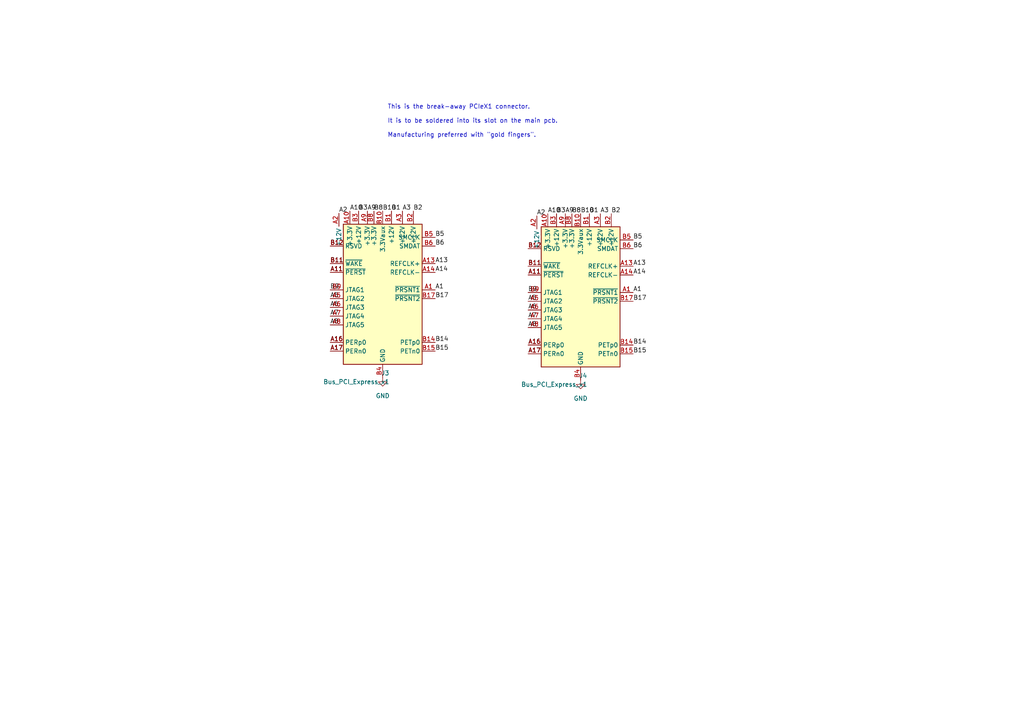
<source format=kicad_sch>
(kicad_sch (version 20230121) (generator eeschema)
  (paper "A4")
  (title_block (title "WS-CM4-PoE-4G PCIeX1 to M.2 (M) NVME adapter") (date "2023-03-20") (rev "0.8.2") (company "Sönke J. Peters"))
  (lib_symbols
    (symbol "Bus_PCI_Express_x1_1"
      (property "Reference" "J3" (at -1.9559 -21.59 0))
      (property "Value" "Bus_PCI_Express_x1" (at -1.9559 -24.13 0))
      (symbol "Bus_PCI_Express_x1_1_0_1"
        (rectangle (start -11.43 21.59) (end 11.43 -19.05) (stroke (width 0.254)) (fill (type background)))
      )
      (symbol "Bus_PCI_Express_x1_1_1_1"
        (pin passive line (at -15.24 2.54 0) (length 3.81) (name "~{PRSNT1}") (number "A1"))
        (pin passive line (at 9.525 25.4 270) (length 3.81) (name "+3.3V") (number "A10"))
        (pin input line (at 15.24 7.62 180) (length 3.81) (name "~{PERST}") (number "A11"))
        (pin passive line (at 0 -22.86 90) (length 3.81) hide (name "GND") (number "A12"))
        (pin input line (at -15.24 10.16 0) (length 3.81) (name "REFCLK+") (number "A13"))
        (pin input line (at -15.24 7.62 0) (length 3.81) (name "REFCLK-") (number "A14"))
        (pin passive line (at 0 -22.86 90) (length 3.81) hide (name "GND") (number "A15"))
        (pin output line (at 15.24 -12.7 180) (length 3.81) (name "PERp0") (number "A16"))
        (pin output line (at 15.24 -15.24 180) (length 3.81) (name "PERn0") (number "A17"))
        (pin passive line (at 0 -22.86 90) (length 3.81) hide (name "GND") (number "A18"))
        (pin passive line (at 12.7 24.765 270) (length 3.81) (name "+12V") (number "A2"))
        (pin passive line (at -5.715 25.4 270) (length 3.81) (name "+12V") (number "A3"))
        (pin passive line (at 0 -22.86 90) (length 3.81) hide (name "GND") (number "A4"))
        (pin input line (at 15.24 0 180) (length 3.81) (name "JTAG2") (number "A5"))
        (pin input line (at 15.24 -2.54 180) (length 3.81) (name "JTAG3") (number "A6"))
        (pin output line (at 15.24 -5.08 180) (length 3.81) (name "JTAG4") (number "A7"))
        (pin input line (at 15.24 -7.62 180) (length 3.81) (name "JTAG5") (number "A8"))
        (pin passive line (at 4.445 25.4 270) (length 3.81) (name "+3.3V") (number "A9"))
        (pin power_in line (at -2.54 25.4 270) (length 3.81) (name "+12V") (number "B1"))
        (pin power_in line (at 0 25.4 270) (length 3.81) (name "3.3Vaux") (number "B10"))
        (pin open_collector line (at 15.24 10.16 180) (length 3.81) (name "~{WAKE}") (number "B11"))
        (pin passive line (at 15.24 15.24 180) (length 3.81) (name "RSVD") (number "B12"))
        (pin passive line (at 0 -22.86 90) (length 3.81) hide (name "GND") (number "B13"))
        (pin input line (at -15.24 -12.7 0) (length 3.81) (name "PETp0") (number "B14"))
        (pin input line (at -15.24 -15.24 0) (length 3.81) (name "PETn0") (number "B15"))
        (pin passive line (at 0 -22.86 90) (length 3.81) hide (name "GND") (number "B16"))
        (pin passive line (at -15.24 0 0) (length 3.81) (name "~{PRSNT2}") (number "B17"))
        (pin passive line (at 0 -22.86 90) (length 3.81) hide (name "GND") (number "B18"))
        (pin passive line (at -8.89 25.4 270) (length 3.81) (name "+12V") (number "B2"))
        (pin passive line (at 6.985 25.4 270) (length 3.81) (name "+12V") (number "B3"))
        (pin power_in line (at 0 -22.86 90) (length 3.81) (name "GND") (number "B4"))
        (pin input line (at -15.24 17.78 0) (length 3.81) (name "SMCLK") (number "B5"))
        (pin bidirectional line (at -15.24 15.24 0) (length 3.81) (name "SMDAT") (number "B6"))
        (pin passive line (at 0 -22.86 90) (length 3.81) hide (name "GND") (number "B7"))
        (pin power_in line (at 2.54 25.4 270) (length 3.81) (name "+3.3V") (number "B8"))
        (pin input line (at 15.24 2.54 180) (length 3.81) (name "JTAG1") (number "B9"))
      )
    )
    (symbol "power:GND" (power) (pin_names (offset 0))
      (property "Value" "GND" (at 0 -3.81 0))
      (symbol "GND_0_1"
        (polyline (pts (xy 0 0) (xy 0 -1.27) (xy 1.27 -1.27) (xy 0 -2.54) (xy -1.27 -1.27) (xy 0 -1.27)))
      )
      (symbol "GND_1_1"
        (pin power_in line (at 0 0 270) (length 0) hide (name "GND") (number "1"))
      )
    )
  )
  (text "This is the break-away PCIeX1 connector.\n\nIt is to be soldered into its slot on the main pcb.\n\nManufacturing preferred with \"gold fingers\"." (at 112.395 40.005 0) (effects (font (size 1.27 1.27)) (justify left bottom)))
  (label "A6" (at 153.162 89.916 0))
  (label "B8" (at 108.458 61.214 0))
  (label "B6" (at 183.642 72.136 0))
  (label "A9" (at 106.553 61.214 0))
  (label "B15" (at 183.642 102.616 0))
  (label "A2" (at 155.702 62.611 0))
  (label "A1" (at 183.642 84.836 0))
  (label "A1" (at 126.238 84.074 0))
  (label "A16" (at 95.758 99.314 0))
  (label "A9" (at 163.957 61.976 0))
  (label "B11" (at 153.162 77.216 0))
  (label "A7" (at 153.162 92.456 0))
  (label "A14" (at 126.238 78.994 0))
  (label "A6" (at 95.758 89.154 0))
  (label "B6" (at 126.238 71.374 0))
  (label "A3" (at 116.713 61.214 0))
  (label "B10" (at 168.402 61.976 0))
  (label "B11" (at 95.758 76.454 0))
  (label "B9" (at 153.162 84.836 0))
  (label "A13" (at 126.238 76.454 0))
  (label "A2" (at 98.298 61.849 0))
  (label "A10" (at 101.473 61.214 0))
  (label "A7" (at 95.758 91.694 0))
  (label "A16" (at 153.162 100.076 0))
  (label "B8" (at 165.862 61.976 0))
  (label "B5" (at 126.238 68.834 0))
  (label "A3" (at 174.117 61.976 0))
  (label "B10" (at 110.998 61.214 0))
  (label "A17" (at 95.758 101.854 0))
  (label "B5" (at 183.642 69.596 0))
  (label "B12" (at 95.758 71.374 0))
  (label "A8" (at 95.758 94.234 0))
  (label "A10" (at 158.877 61.976 0))
  (label "A8" (at 153.162 94.996 0))
  (label "A5" (at 95.758 86.614 0))
  (label "B1" (at 170.942 61.976 0))
  (label "A5" (at 153.162 87.376 0))
  (label "B14" (at 183.642 100.076 0))
  (label "B2" (at 177.292 61.976 0))
  (label "A11" (at 153.162 79.756 0))
  (label "A13" (at 183.642 77.216 0))
  (label "B15" (at 126.238 101.854 0))
  (label "B3" (at 161.417 61.976 0))
  (label "A17" (at 153.162 102.616 0))
  (label "B3" (at 104.013 61.214 0))
  (label "A14" (at 183.642 79.756 0))
  (label "A11" (at 95.758 78.994 0))
  (label "B1" (at 113.538 61.214 0))
  (label "B9" (at 95.758 84.074 0))
  (label "B17" (at 183.642 87.376 0))
  (label "B12" (at 153.162 72.136 0))
  (label "B14" (at 126.238 99.314 0))
  (label "B2" (at 119.888 61.214 0))
  (label "B17" (at 126.238 86.614 0))
  (symbol (lib_name "Bus_PCI_Express_x1_1") (lib_id "Connector:Bus_PCI_Express_x1") (at 110.998 86.614 0) (mirror y) (unit 1)
    (property "Reference" "J3" (at 112.9539 108.204 0) (effects (justify left)))
    (property "Value" "Bus_PCI_Express_x1" (at 112.9539 110.744 0) (effects (justify left)))
    (property "Footprint" "Connector_PCBEdge:BUS_PCIexpress_x1" (effects hide))
    (property "Datasheet" "http://www.ritrontek.com/uploadfile/2016/1026/20161026105231124.pdf#page=63" (effects hide))
  )
  (symbol (lib_name "Bus_PCI_Express_x1_1") (lib_id "Connector:Bus_PCI_Express_x1") (at 168.402 87.376 0) (mirror y) (unit 1)
    (property "Reference" "J4" (at 170.3579 108.966 0) (effects (justify left)))
    (property "Value" "Bus_PCI_Express_x1" (at 170.3579 111.506 0) (effects (justify left)))
    (property "Footprint" "Library:BUS_PCIexpress_x1 SOLDER" (effects hide))
    (property "Datasheet" "http://www.ritrontek.com/uploadfile/2016/1026/20161026105231124.pdf#page=63" (effects hide))
  )
  (symbol (lib_id "power:GND") (at 110.998 109.474 0) (unit 1)
    (property "Reference" "#PWR010" (effects hide))
    (property "Value" "GND" (at 110.998 114.808 0))
  )
  (symbol (lib_id "power:GND") (at 168.402 110.236 0) (unit 1)
    (property "Reference" "#PWR011" (effects hide))
    (property "Value" "GND" (at 168.402 115.57 0))
  )
)
</source>
